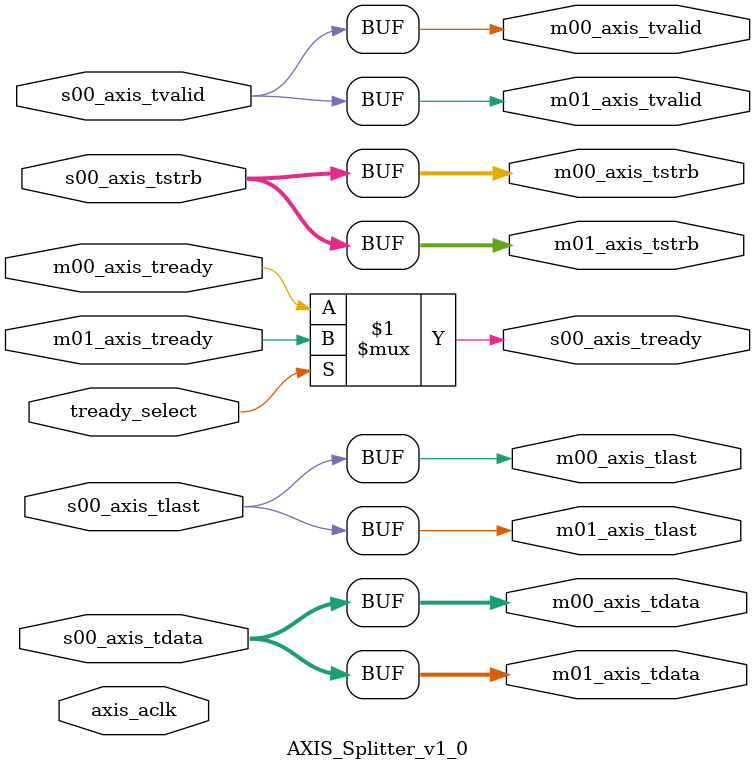
<source format=v>

`timescale 1 ns / 1 ps

	module AXIS_Splitter_v1_0 #
	(
		parameter integer AXIS_TDATA_WIDTH	= 32
	)
	(
		input wire  axis_aclk,
		
		input wire tready_select,
		
		output wire  s00_axis_tready,
		input wire [AXIS_TDATA_WIDTH-1 : 0] s00_axis_tdata,
		input wire [(AXIS_TDATA_WIDTH/8)-1 : 0] s00_axis_tstrb,
		input wire  s00_axis_tlast,
		input wire  s00_axis_tvalid,

		output wire  m01_axis_tvalid,
		output wire [AXIS_TDATA_WIDTH-1 : 0] m01_axis_tdata,
		output wire [(AXIS_TDATA_WIDTH/8)-1 : 0] m01_axis_tstrb,
		output wire  m01_axis_tlast,
		input wire  m01_axis_tready,

		output wire  m00_axis_tvalid,
		output wire [AXIS_TDATA_WIDTH-1 : 0] m00_axis_tdata,
		output wire [(AXIS_TDATA_WIDTH/8)-1 : 0] m00_axis_tstrb,
		output wire  m00_axis_tlast,
		input wire  m00_axis_tready
	);

  // Outputs of AXI Masters:
  assign m00_axis_tvalid = s00_axis_tvalid;
  assign m00_axis_tdata = s00_axis_tdata;
  assign m00_axis_tstrb = s00_axis_tstrb;
  assign m00_axis_tlast = s00_axis_tlast;

  assign m01_axis_tvalid = s00_axis_tvalid;
  assign m01_axis_tdata = s00_axis_tdata;
  assign m01_axis_tstrb = s00_axis_tstrb;
  assign m01_axis_tlast = s00_axis_tlast;

  assign s00_axis_tready = tready_select ? m01_axis_tready : m00_axis_tready;

endmodule
</source>
